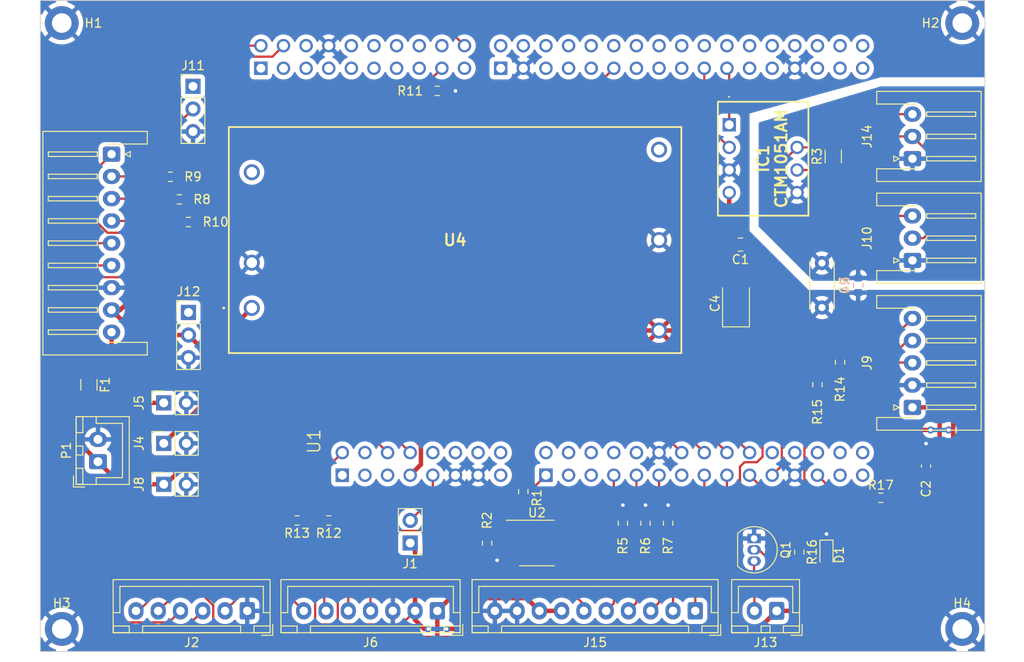
<source format=kicad_pcb>
(kicad_pcb (version 20221018) (generator pcbnew)
  (title_block (title "frontbox legacy") (date "2023-08-06") (rev "1.0") (company "NTURacing") (comment 1 "comment 1") (comment 2 "comment 2"))
  (layers (0 "F.Cu" signal) (31 "B.Cu" signal) (34 "B.Paste" user) (35 "F.Paste" user) (36 "B.SilkS" user "B.Silkscreen") (37 "F.SilkS" user "F.Silkscreen") (38 "B.Mask" user) (39 "F.Mask" user) (44 "Edge.Cuts" user))
  (net 0 "")
  (net 1 "VCC")
  (net 2 "CANG")
  (net 3 "+5V")
  (net 4 "Net-(D1-A)")
  (net 5 "24V")
  (net 6 "Net-(J1-Pin_2)")
  (net 7 "SCK")
  (net 8 "MOSI")
  (net 9 "MISO")
  (net 10 "SS")
  (net 11 "travel_R")
  (net 12 "hall_R")
  (net 13 "SDA_R")
  (net 14 "SCL_R")
  (net 15 "SCL_L")
  (net 16 "SDA_L")
  (net 17 "hall_L")
  (net 18 "travel_L")
  (net 19 "SCL_Rpi")
  (net 20 "SDA_Rpi")
  (net 21 "Net-(J9-Pin_5)")
  (net 22 "CANH")
  (net 23 "CANL")
  (net 26 "Net-(J13-Pin_2)")
  (net 27 "Net-(Q1-B)")
  (net 28 "Net-(U2A--)")
  (net 29 "APPS1")
  (net 30 "APPS2")
  (net 31 "BSE")
  (net 32 "oilPressure")
  (net 33 "RTD")
  (net 66 "APPS_M")
  (net 67 "BSE_M")
  (net 91 "CANTx")
  (net 93 "CANRx")
  (net 106 "APPS2_H")
  (net 109 "GND")
  (net 110 "Net-(J7-Pin_1)")
  (net 111 "Net-(J7-Pin_4)")
  (footprint "Connector_PinSocket_2.54mm:PinSocket_1x02_P2.54mm_Vertical" (layer "F.Cu") (at 84.094 123.419 90)
    (fp_text reference "J4")
    (fp_text value "5V")
  )
  (footprint "Resistor_SMD:R_0603_1608Metric" (layer "F.Cu") (at 85.852 96.012 180)
    (fp_text reference "R8")
    (fp_text value "4k7")
  )
  (footprint "Connector_JST:JST_XH_B7B-XH-A_1x07_P2.50mm_Vertical" (layer "F.Cu") (at 114.808 142.24 180)
    (fp_text reference "J6")
    (fp_text value "sensor_R" hide)
  )
  (footprint "Connector_PinSocket_2.54mm:PinSocket_1x02_P2.54mm_Vertical" (layer "F.Cu") (at 84.094 118.872 90)
    (fp_text reference "J5")
    (fp_text value "VCC_3V3")
  )
  (footprint "Connector_JST:JST_XH_S3B-XH-A-1_1x03_P2.50mm_Horizontal" (layer "F.Cu") (at 168.148 102.87 90)
    (fp_text reference "J10")
    (fp_text value "CAN_Rpi")
  )
  (footprint "Capacitor_Tantalum_SMD:CP_EIA-3528-21_Kemet-B_Pad1.50x2.35mm_HandSolder" (layer "F.Cu") (at 148.336 107.696 90)
    (fp_text reference "C4")
    (fp_text value "0u1")
  )
  (footprint "Connector_JST:JST_XH_B2B-XH-A_1x02_P2.50mm_Vertical" (layer "F.Cu") (at 152.908 142.24 180)
    (fp_text reference "J13")
    (fp_text value "buzzer")
  )
  (footprint "Connector_PinHeader_2.54mm:PinHeader_1x03_P2.54mm_Vertical" (layer "F.Cu") (at 86.868 108.712)
    (fp_text reference "J12")
    (fp_text value "fan2")
  )
  (footprint "Fuse:Fuse_1206_3216Metric" (layer "F.Cu") (at 75.692 116.84 -90)
    (fp_text reference "F1")
    (fp_text value "Polyfuse_Small")
  )
  (footprint "Capacitor_THT:C_Disc_D5.0mm_W2.5mm_P5.00mm" (layer "F.Cu") (at 157.988 103.164 -90)
    (fp_text reference "C3")
    (fp_text value "1n")
  )
  (footprint "Resistor_SMD:R_0603_1608Metric" (layer "F.Cu") (at 138.176 132.397 90)
    (fp_text reference "R6")
    (fp_text value "100k")
  )
  (footprint "Resistor_SMD:R_0603_1608Metric" (layer "F.Cu") (at 140.716 132.397 90)
    (fp_text reference "R7")
    (fp_text value "100k")
  )
  (footprint "Resistor_SMD:R_0603_1608Metric" (layer "F.Cu") (at 155.448 135.636 -90)
    (fp_text reference "R16")
    (fp_text value "100")
  )
  (footprint "Resistor_SMD:R_0603_1608Metric" (layer "F.Cu") (at 120.396 134.62 -90)
    (fp_text reference "R2")
    (fp_text value "10k")
  )
  (footprint "SamacSys_Parts:TEN402411WIE" (layer "F.Cu") (at 93.98 108.204)
    (fp_text reference "U4")
    (fp_text value "TEN_40-2411WIE" hide)
  )
  (footprint "Resistor_SMD:R_0603_1608Metric" (layer "F.Cu") (at 99.06 132.08 180)
    (fp_text reference "R13")
    (fp_text value "4k7")
  )
  (footprint "Capacitor_SMD:C_0805_2012Metric_Pad1.18x1.45mm_HandSolder" (layer "F.Cu") (at 148.844 101.092 180)
    (fp_text reference "C1")
    (fp_text value "10u")
  )
  (footprint "Resistor_SMD:R_0603_1608Metric" (layer "F.Cu") (at 135.636 132.397 90)
    (fp_text reference "R5")
    (fp_text value "100k")
  )
  (footprint "Package_SO:SOIC-8_3.9x4.9mm_P1.27mm" (layer "F.Cu") (at 125.984 134.62)
    (fp_text reference "U2")
    (fp_text value "LMV358")
  )
  (footprint "Connector_JST:JST_XH_S9B-XH-A-1_1x09_P2.50mm_Horizontal" (layer "F.Cu") (at 78.232 90.932 -90)
    (fp_text reference "J7" hide)
    (fp_text value "sensor_L")
  )
  (footprint "Connector_JST:JST_XH_S5B-XH-A-1_1x05_P2.50mm_Horizontal" (layer "F.Cu") (at 168.148 119.38 90)
    (fp_text reference "J9")
    (fp_text value "Rpi")
  )
  (footprint "Resistor_SMD:R_0603_1608Metric" (layer "F.Cu") (at 84.836 93.472 180)
    (fp_text reference "R9")
    (fp_text value "4k7")
  )
  (footprint "Connector_JST:JST_XH_B10B-XH-A_1x10_P2.50mm_Vertical" (layer "F.Cu") (at 143.764 142.24 180)
    (fp_text reference "J15")
    (fp_text value "APPS_BSE")
  )
  (footprint "Package_TO_SOT_THT:TO-92_Inline" (layer "F.Cu") (at 150.368 134.112 -90)
    (fp_text reference "Q1")
    (fp_text value "PN2222A")
  )
  (footprint "Connector_JST:JST_XH_B6B-XH-A_1x06_P2.50mm_Vertical" (layer "F.Cu") (at 93.472 142.24 180)
    (fp_text reference "J2")
    (fp_text value "steering")
  )
  (footprint "MountingHole:MountingHole_2.2mm_M2_DIN965_Pad" (layer "F.Cu") (at 72.644 76.2)
    (fp_text reference "H1")
    (fp_text value "MountingHole_Pad")
  )
  (footprint "SamacSys_Parts:CTM1051AM" (layer "F.Cu") (at 147.574 87.63 -90)
    (fp_text reference "IC1")
    (fp_text value "CTM1051AM")
  )
  (footprint "Resistor_SMD:R_0603_1608Metric" (layer "F.Cu") (at 114.808 83.82)
    (fp_text reference "R11")
    (fp_text value "3k6")
  )
  (footprint "nturt_kicad_lib:MODULE_NUCLEOH723ZG_WITHOUT_MORHPHO" (layer "F.Cu") (at 128.91 102.87 90)
    (fp_text reference "U1")
    (fp_text value "NUCLEOH723ZG_WITHOUT_MORHPHO")
  )
  (footprint "Resistor_SMD:R_0603_1608Metric" (layer "F.Cu") (at 102.616 132.08 180)
    (fp_text reference "R12")
    (fp_text value "4k7")
  )
  (footprint "Resistor_SMD:R_0603_1608Metric" (layer "F.Cu") (at 160.02 114.3 90)
    (fp_text reference "R14")
    (fp_text value "1k")
  )
  (footprint "LED_SMD:LED_0603_1608Metric_Pad1.05x0.95mm_HandSolder" (layer "F.Cu") (at 158.496 135.953 -90)
    (fp_text reference "D1")
    (fp_text value "LED4")
  )
  (footprint "Connector_PinHeader_2.54mm:PinHeader_1x02_P2.54mm_Vertical" (layer "F.Cu") (at 111.76 134.62 180)
    (fp_text reference "J1")
    (fp_text value "STM5V")
  )
  (footprint "MountingHole:MountingHole_2.2mm_M2_DIN965_Pad" (layer "F.Cu") (at 173.736 76.2)
    (fp_text reference "H2")
    (fp_text value "MountingHole_Pad")
  )
  (footprint "Resistor_SMD:R_0603_1608Metric" (layer "F.Cu") (at 164.592 129.54)
    (fp_text reference "R17")
    (fp_text value "1k")
  )
  (footprint "Resistor_SMD:R_0603_1608Metric" (layer "F.Cu") (at 124.46 128.841 -90)
    (fp_text reference "R1")
    (fp_text value "10k")
  )
  (footprint "Resistor_SMD:R_1206_3216Metric" (layer "F.Cu") (at 159.258 91.186 90)
    (fp_text reference "R3")
    (fp_text value "120" hide)
  )
  (footprint "Resistor_SMD:R_0603_1608Metric" (layer "F.Cu") (at 86.868 98.552)
    (fp_text reference "R10")
    (fp_text value "2k7")
  )
  (footprint "Resistor_SMD:R_0603_1608Metric" (layer "F.Cu") (at 157.48 116.84 90)
    (fp_text reference "R15")
    (fp_text value "1k")
  )
  (footprint "Capacitor_SMD:C_0603_1608Metric" (layer "F.Cu") (at 169.672 125.984 90)
    (fp_text reference "C2")
    (fp_text value "0u1")
  )
  (footprint "MountingHole:MountingHole_2.2mm_M2_DIN965_Pad" (layer "F.Cu") (at 72.644 144.272)
    (fp_text reference "H3")
    (fp_text value "MountingHole_Pad")
  )
  (footprint "Connector_JST:JST_XH_S3B-XH-A-1_1x03_P2.50mm_Horizontal" (layer "F.Cu") (at 168.148 91.44 90)
    (fp_text reference "J14")
    (fp_text value "CAN")
  )
  (footprint "Connector_PinSocket_2.54mm:PinSocket_1x02_P2.54mm_Vertical" (layer "F.Cu") (at 84.094 128.016 90)
    (fp_text reference "J8")
    (fp_text value "24V")
  )
  (footprint "MountingHole:MountingHole_2.2mm_M2_DIN965_Pad" (layer "F.Cu") (at 173.736 144.272)
    (fp_text reference "H4")
    (fp_text value "MountingHole_Pad")
  )
  (footprint "Connector_PinHeader_2.54mm:PinHeader_1x03_P2.54mm_Vertical" (layer "F.Cu") (at 87.376 83.312)
    (fp_text reference "J11")
    (fp_text value "fan1")
  )
  (footprint "Connector_JST:JST_XH_B2B-XH-A_1x02_P2.50mm_Vertical" (layer "F.Cu") (at 76.708 125.476 90)
    (fp_text reference "P1")
    (fp_text value "24Vpower")
  )
  (footprint "Resistor_SMD:R_0603_1608Metric" (layer "B.Cu") (at 162.052 105.664 -90)
    (fp_text reference "R4")
    (fp_text value "1M")
  )
  (gr_rect (start 70.231 73.66) (end 176.276 146.812) (stroke (width 0.1)) (fill none) (layer "Edge.Cuts"))
  (segment (start 124.46 128.016) (end 124.46 122.428) (width 0.5) (layer "F.Cu") (net 1))
  (segment (start 172.72 135.128) (end 172.72 121.92) (width 0.5) (layer "F.Cu") (net 1))
  (segment (start 73.66 141.224) (end 77.724 145.288) (width 0.5) (layer "F.Cu") (net 1))
  (segment (start 124.839 140.815) (end 116.233 140.815) (width 0.5) (layer "F.Cu") (net 1))
  (segment (start 166.116 106.68) (end 163.068 109.728) (width 0.5) (layer "F.Cu") (net 1))
  (segment (start 89.647 141.628299) (end 89.647 145.288) (width 0.25) (layer "F.Cu") (net 1))
  (segment (start 83.472 142.24) (end 85.504 140.208) (width 0.25) (layer "F.Cu") (net 1))
  (segment (start 154.432 107.696) (end 154.432 105.41) (width 0.5) (layer "F.Cu") (net 1))
  (segment (start 81.490827 118.872) (end 78.232 115.613173) (width 0.5) (layer "F.Cu") (net 1))
  (segment (start 112.964 123.631031) (end 110.236969 120.904) (width 0.5) (layer "F.Cu") (net 1))
  (segment (start 77.724 145.288) (end 89.647 145.288) (width 0.5) (layer "F.Cu") (net 1))
  (segment (start 128.764 142.24) (end 126.264 142.24) (width 0.5) (layer "F.Cu") (net 1))
  (segment (start 74.676 116.84) (end 73.66 117.856) (width 0.5) (layer "F.Cu") (net 1))
  (segment (start 114.808 142.24) (end 114.808 145.288) (width 0.5) (layer "F.Cu") (net 1))
  (segment (start 116.233 140.815) (end 114.808 142.24) (width 0.5) (layer "F.Cu") (net 1))
  (segment (start 110.236969 120.904) (end 101.6 120.904) (width 0.5) (layer "F.Cu") (net 1))
  (segment (start 126.264 142.24) (end 124.839 140.815) (width 0.5) (layer "F.Cu") (net 1))
  (segment (start 84.094 118.872) (end 81.490827 118.872) (width 0.5) (layer "F.Cu") (net 1))
  (segment (start 122.936 120.904) (end 110.236969 120.904) (width 0.5) (layer "F.Cu") (net 1))
  (segment (start 78.232 115.613173) (end 77.005173 116.84) (width 0.5) (layer "F.Cu") (net 1))
  (segment (start 172.72 108.204) (end 171.196 106.68) (width 0.5) (layer "F.Cu") (net 1))
  (segment (start 85.504 140.208) (end 88.226701 140.208) (width 0.25) (layer "F.Cu") (net 1))
  (segment (start 172.72 121.92) (end 172.72 108.204) (width 0.5) (layer "F.Cu") (net 1))
  (segment (start 96.52 145.288) (end 111.76 145.288) (width 0.5) (layer "F.Cu") (net 1))
  (segment (start 73.66 117.856) (end 73.66 141.224) (width 0.5) (layer "F.Cu") (net 1))
  (segment (start 162.56 117.665) (end 166.815 121.92) (width 0.5) (layer "F.Cu") (net 1))
  (segment (start 96.52 125.984) (end 96.52 145.288) (width 0.5) (layer "F.Cu") (net 1))
  (segment (start 147.574 98.552) (end 147.574 95.25) (width 0.5) (layer "F.Cu") (net 1))
  (segment (start 112.964 125.796) (end 112.964 123.631031) (width 0.5) (layer "F.Cu") (net 1))
  (segment (start 171.196 106.68) (end 166.116 106.68) (width 0.5) (layer "F.Cu") (net 1))
  (segment (start 160.02 115.125) (end 166.815 121.92) (width 0.5) (layer "F.Cu") (net 1))
  (segment (start 111.76 145.288) (end 114.808 145.288) (width 0.5) (layer "F.Cu") (net 1))
  (segment (start 88.226701 140.208) (end 89.647 141.628299) (width 0.25) (layer "F.Cu") (net 1))
  (segment (start 156.464 109.728) (end 154.432 107.696) (width 0.5) (layer "F.Cu") (net 1))
  (segment (start 172.212 121.92) (end 172.72 121.92) (width 0.5) (layer "F.Cu") (net 1))
  (segment (start 89.647 145.288) (end 96.52 145.288) (width 0.5) (layer "F.Cu") (net 1))
  (segment (start 101.6 120.904) (end 96.52 125.984) (width 0.5) (layer "F.Cu") (net 1))
  (segment (start 157.48 117.665) (end 162.56 117.665) (width 0.5) (layer "F.Cu") (net 1))
  (segment (start 154.432 105.41) (end 147.574 98.552) (width 0.5) (layer "F.Cu") (net 1))
  (segment (start 114.808 145.288) (end 162.56 145.288) (width 0.5) (layer "F.Cu") (net 1))
  (segment (start 162.56 145.288) (end 172.72 135.128) (width 0.5) (layer "F.Cu") (net 1))
  (segment (start 166.815 121.92) (end 170.18 121.92) (width 0.5) (layer "F.Cu") (net 1))
  (segment (start 163.068 109.728) (end 156.464 109.728) (width 0.5) (layer "F.Cu") (net 1))
  (segment (start 77.005173 116.84) (end 74.676 116.84) (width 0.5) (layer "F.Cu") (net 1))
  (segment (start 78.232 110.932) (end 78.232 115.613173) (width 0.5) (layer "F.Cu") (net 1))
  (segment (start 124.46 122.428) (end 122.936 120.904) (width 0.5) (layer "F.Cu") (net 1))
  (segment (start 111.76 127) (end 112.964 125.796) (width 0.5) (layer "F.Cu") (net 1))
  (via (at 172.212 121.92) (size 0.8) (drill 0.4) (layers "F.Cu" "B.Cu") (net 1))
  (via (at 170.18 121.92) (size 0.8) (drill 0.4) (layers "F.Cu" "B.Cu") (net 1))
  (segment (start 170.18 121.92) (end 172.212 121.92) (width 0.5) (layer "B.Cu") (net 1))
  (segment (start 171.196 127) (end 171.196 133.604) (width 0.5) (layer "F.Cu") (net 3))
  (segment (start 150.876 144.272) (end 152.908 142.24) (width 0.5) (layer "F.Cu") (net 3))
  (segment (start 85.661 87.567) (end 85.661 93.472) (width 0.25) (layer "F.Cu") (net 3))
  (segment (start 169.672 126.759) (end 170.955 126.759) (width 0.5) (layer "F.Cu") (net 3))
  (segment (start 139.7 110.744) (end 164.084 110.744) (width 0.5) (layer "F.Cu") (net 3))
  (segment (start 85.344 102.349) (end 86.822 100.871) (width 0.5) (layer "F.Cu") (net 3))
  (segment (start 103.441 132.08) (end 103.632 132.271) (width 0.25) (layer "F.Cu") (net 3))
  (segment (start 167.132 107.696) (end 169.672 107.696) (width 0.5) (layer "F.Cu") (net 3))
  (segment (start 127.905472 132.715) (end 128.459 132.715) (width 0.5) (layer "F.Cu") (net 3))
  (segment (start 112.308 138.684) (end 112.308 135.168) (width 0.5) (layer "F.Cu") (net 3))
  (segment (start 124.968 138.684) (end 125.984 137.668) (width 0.5) (layer "F.Cu") (net 3))
  (segment (start 112.308 135.168) (end 111.76 134.62) (width 0.5) (layer "F.Cu") (net 3))
  (segment (start 112.308 143.256) (end 112.308 142.24) (width 0.5) (layer "F.Cu") (net 3))
  (segment (start 78.232 108.432) (end 79.207 108.432) (width 0.5) (layer "F.Cu") (net 3))
  (segment (start 125.984 137.668) (end 125.984 134.636472) (width 0.5) (layer "F.Cu") (net 3))
  (segment (start 86.677 96.012) (end 86.768 96.103) (width 0.5) (layer "F.Cu") (net 3))
  (segment (start 112.308 142.24) (end 112.308 138.684) (width 0.5) (layer "F.Cu") (net 3))
  (segment (start 88.392 100.871) (end 126.779 100.871) (width 0.5) (layer "F.Cu") (net 3))
  (segment (start 103.856 143.764) (end 110.784 143.764) (width 0.25) (layer "F.Cu") (net 3))
  (segment (start 110.784 143.764) (end 112.308 142.24) (width 0.25) (layer "F.Cu") (net 3))
  (segment (start 101.092 133.287) (end 101.092 143.256) (width 0.25) (layer "F.Cu") (net 3))
  (segment (start 125.984 134.636472) (end 127.905472 132.715) (width 0.5) (layer "F.Cu") (net 3))
  (segment (start 86.868 111.252) (end 88.392 112.776) (width 0.5) (layer "F.Cu") (net 3))
  (segment (start 171.196 133.604) (end 162.56 142.24) (width 0.5) (layer "F.Cu") (net 3))
  (segment (start 103.632 143.54) (end 103.856 143.764) (width 0.25) (layer "F.Cu") (net 3))
  (segment (start 85.661 94.996) (end 86.677 96.012) (width 0.25) (layer "F.Cu") (net 3))
  (segment (start 85.661 93.472) (end 85.661 94.996) (width 0.25) (layer "F.Cu") (net 3))
  (segment (start 115.824 144.272) (end 150.876 144.272) (width 0.5) (layer "F.Cu") (net 3))
  (segment (start 126.779 100.871) (end 136.652 110.744) (width 0.5) (layer "F.Cu") (net 3))
  (segment (start 101.6 143.764) (end 103.408 143.764) (width 0.25) (layer "F.Cu") (net 3))
  (segment (start 169.672 107.696) (end 171.196 109.22) (width 0.5) (layer "F.Cu") (net 3))
  (segment (start 86.768 96.103) (end 86.768 100.871) (width 0.25) (layer "F.Cu") (net 3))
  (segment (start 171.196 109.22) (end 171.196 119.38) (width 0.5) (layer "F.Cu") (net 3))
  (segment (start 81.052 111.252) (end 78.232 108.432) (width 0.5) (layer "F.Cu") (net 3))
  (segment (start 86.768 100.871) (end 86.039 101.6) (width 0.5) (layer "F.Cu") (net 3))
  (segment (start 171.196 119.38) (end 171.196 127) (width 0.5) (layer "F.Cu") (net 3))
  (segment (start 88.392 100.871) (end 86.768 100.871) (width 0.5) (layer "F.Cu") (net 3))
  (segment (start 86.039 101.6) (end 85.9455 101.6935) (width 0.5) (layer "F.Cu") (net 3))
  (segment (start 79.207 108.432) (end 85.9455 101.6935) (width 0.5) (layer "F.Cu") (net 3))
  (segment (start 136.652 110.744) (end 139.7 110.744) (width 0.5) (layer "F.Cu") (net 3))
  (segment (start 113.324 144.272) (end 112.308 143.256) (width 0.5) (layer "F.Cu") (net 3))
  (segment (start 99.885 132.08) (end 101.092 133.287) (width 0.25) (layer "F.Cu") (net 3))
  (segment (start 162.56 142.24) (end 152.908 142.24) (width 0.5) (layer "F.Cu") (net 3))
  (segment (start 112.308 138.684) (end 124.968 138.684) (width 0.5) (layer "F.Cu") (net 3))
  (segment (start 86.868 111.252) (end 81.052 111.252) (width 0.5) (layer "F.Cu") (net 3))
  (segment (start 88.392 119.121) (end 84.094 123.419) (width 0.5) (layer "F.Cu") (net 3))
  (segment (start 113.792 144.272) (end 113.324 144.272) (width 0.5) (layer "F.Cu") (net 3))
  (segment (start 86.822 100.871) (end 88.392 100.871) (width 0.5) (layer "F.Cu") (net 3))
  (segment (start 103.408 143.764) (end 103.632 143.54) (width 0.25) (layer "F.Cu") (net 3))
  (segment (start 101.092 143.256) (end 101.6 143.764) (width 0.25) (layer "F.Cu") (net 3))
  (segment (start 170.955 126.759) (end 171.196 127) (width 0.5) (layer "F.Cu") (net 3))
  (segment (start 103.632 132.271) (end 103.632 143.54) (width 0.25) (layer "F.Cu") (net 3))
  (segment (start 168.148 119.38) (end 171.196 119.38) (width 0.5) (layer "F.Cu") (net 3))
  (segment (start 88.392 112.776) (end 88.392 119.121) (width 0.5) (layer "F.Cu") (net 3))
  (segment (start 164.084 110.744) (end 167.132 107.696) (width 0.5) (layer "F.Cu") (net 3))
  (segment (start 87.376 85.852) (end 85.661 87.567) (width 0.25) (layer "F.Cu") (net 3))
  (via (at 115.824 144.272) (size 0.8) (drill 0.4) (layers "F.Cu" "B.Cu") (net 3))
  (via (at 113.792 144.272) (size 0.8) (drill 0.4) (layers "F.Cu" "B.Cu") (net 3))
  (segment (start 115.824 144.272) (end 113.792 144.272) (width 0.5) (layer "B.Cu") (net 3))
  (segment (start 155.815 136.828) (end 155.448 136.461) (width 0.25) (layer "F.Cu") (net 4))
  (segment (start 158.496 136.828) (end 155.815 136.828) (width 0.25) (layer "F.Cu") (net 4))
  (segment (start 74.875 123.643) (end 76.708 125.476) (width 0.5) (layer "F.Cu") (net 5))
  (segment (start 89.916 122.428) (end 89.916 112.268) (width 0.5) (layer "F.Cu") (net 5))
  (segment (start 74.875 118.933299) (end 74.875 123.643) (width 0.5) (layer "F.Cu") (net 5))
  (segment (start 89.916 112.268) (end 93.98 108.204) (width 0.5) (layer "F.Cu") (net 5))
  (segment (start 75.563299 118.245) (end 74.875 118.933299) (width 0.5) (layer "F.Cu") (net 5))
  (segment (start 84.094 128.016) (end 84.328 128.016) (width 0.5) (layer "F.Cu") (net 5))
  (segment (start 84.328 128.016) (end 89.916 122.428) (width 0.5) (layer "F.Cu") (net 5))
  (segment (start 84.094 128.016) (end 79.248 128.016) (width 0.5) (layer "F.Cu") (net 5))
  (segment (start 79.248 128.016) (end 76.708 125.476) (width 0.5) (layer "F.Cu") (net 5))
  (segment (start 111.76 132.08) (end 114.3 129.54) (width 0.25) (layer "F.Cu") (net 6))
  (segment (start 114.3 129.54) (end 114.3 127) (width 0.25) (layer "F.Cu") (net 6))
  (segment (start 94.996 124.968) (end 100.076 119.888) (width 0.25) (layer "F.Cu") (net 7))
  (segment (start 94.996 138.216) (end 94.996 124.968) (width 0.25) (layer "F.Cu") (net 7))
  (segment (start 137.668 119.888) (end 142.24 124.46) (width 0.25) (layer "F.Cu") (net 7))
  (segment (start 100.076 119.888) (end 137.668 119.888) (width 0.25) (layer "F.Cu") (net 7))
  (segment (start 90.972 142.24) (end 94.996 138.216) (width 0.25) (layer "F.Cu") (net 7))
  (segment (start 90.932 120.904) (end 90.932 128.016) (width 0.25) (layer "F.Cu") (net 8))
  (segment (start 77.216 143.256) (end 78.232 144.272) (width 0.25) (layer "F.Cu") (net 8))
  (segment (start 139.7 114.3) (end 97.536 114.3) (width 0.25) (layer "F.Cu") (net 8))
  (segment (start 97.536 114.3) (end 90.932 120.904) (width 0.25) (layer "F.Cu") (net 8))
  (segment (start 77.216 141.732) (end 77.216 143.256) (width 0.25) (layer "F.Cu") (net 8))
  (segment (start 90.932 128.016) (end 77.216 141.732) (width 0.25) (layer "F.Cu") (net 8))
  (segment (start 78.232 144.272) (end 86.44 144.272) (width 0.25) (layer "F.Cu") (net 8))
  (segment (start 86.44 144.272) (end 88.472 142.24) (width 0.25) (layer "F.Cu") (net 8))
  (segment (start 149.86 124.46) (end 139.7 114.3) (width 0.25) (layer "F.Cu") (net 8))
  (segment (start 91.948 122.428) (end 98.552 115.824) (width 0.25) (layer "F.Cu") (net 9))
  (segment (start 84.672 143.54) (end 79.026701 143.54) (width 0.25) (layer "F.Cu") (net 9))
  (segment (start 85.972 142.24) (end 84.672 143.54) (width 0.25) (layer "F.Cu") (net 9))
  (segment (start 78.232 142.745299) (end 78.234701 142.745299) (width 0.25) (layer "F.Cu") (net 9))
  (segment (start 91.948 129.032) (end 91.948 122.428) (width 0.25) (layer "F.Cu") (net 9))
  (segment (start 79.026701 143.54) (end 78.232 142.745299) (width 0.25) (layer "F.Cu") (net 9))
  (segment (start 78.234701 142.745299) (end 91.948 129.032) (width 0.25) (layer "F.Cu") (net 9))
  (segment (start 138.684 115.824) (end 147.32 124.46) (width 0.25) (layer "F.Cu") (net 9))
  (segment (start 98.552 115.824) (end 138.684 115.824) (width 0.25) (layer "F.Cu") (net 9))
  (segment (start 93.472 124.306) (end 99.414 118.364) (width 0.25) (layer "F.Cu") (net 10))
  (segment (start 99.414 118.364) (end 138.684 118.364) (width 0.25) (layer "F.Cu") (net 10))
  (segment (start 138.684 118.364) (end 144.78 124.46) (width 0.25) (layer "F.Cu") (net 10))
  (segment (start 80.972 142.24) (end 81.28 142.24) (width 0.25) (layer "F.Cu") (net 10))
  (segment (start 93.472 130.048) (end 93.472 124.306) (width 0.25) (layer "F.Cu") (net 10))
  (segment (start 81.28 142.24) (end 93.472 130.048) (width 0.25) (layer "F.Cu") (net 10))
  (segment (start 125.259 128.741) (end 118.655 128.741) (width 0.25) (layer "F.Cu") (net 11))
  (segment (start 107.308 135.516) (end 107.308 142.24) (width 0.25) (layer "F.Cu") (net 11))
  (segment (start 118.655 128.741) (end 114.141 133.255) (width 0.25) (layer "F.Cu") (net 11))
  (segment (start 114.141 133.255) (end 109.569 133.255) (width 0.25) (layer "F.Cu") (net 11))
  (segment (start 127 127) (end 125.259 128.741) (width 0.25) (layer "F.Cu") (net 11))
  (segment (start 109.569 133.255) (end 107.308 135.516) (width 0.25) (layer "F.Cu") (net 11))
  (segment (start 102.616 125.984) (end 104.14 124.46) (width 0.25) (layer "F.Cu") (net 12))
  (segment (start 102.616 128.524) (end 102.616 125.984) (width 0.25) (layer "F.Cu") (net 12))
  (segment (start 104.808 142.24) (end 104.808 130.716) (width 0.25) (layer "F.Cu") (net 12))
  (segment (start 104.808 130.716) (end 102.616 128.524) (width 0.25) (layer "F.Cu") (net 12))
  (segment (start 107.696 122.936) (end 109.22 124.46) (width 0.25) (layer "F.Cu") (net 13))
  (segment (start 102.308 142.24) (end 102.108 142.04) (width 0.25) (layer "F.Cu") (net 13))
  (segment (start 103.632 122.936) (end 107.696 122.936) (width 0.25) (layer "F.Cu") (net 13))
  (segment (start 101.092 131.381) (end 101.092 125.476) (width 0.25) (layer "F.Cu") (net 13))
  (segment (start 102.108 132.397) (end 101.791 132.08) (width 0.25) (layer "F.Cu") (net 13))
  (segment (start 101.092 125.476) (end 103.632 122.936) (width 0.25) (layer "F.Cu") (net 13))
  (segment (start 102.108 142.04) (end 102.108 132.397) (width 0.25) (layer "F.Cu") (net 13))
  (segment (start 101.791 132.08) (end 101.092 131.381) (width 0.25) (layer "F.Cu") (net 13))
  (segment (start 109.22 121.92) (end 111.76 124.46) (width 0.25) (layer "F.Cu") (net 14))
  (segment (start 98.743 125.793) (end 102.616 121.92) (width 0.25) (layer "F.Cu") (net 14))
  (segment (start 98.743 141.175) (end 98.743 125.793) (width 0.25) (layer "F.Cu") (net 14))
  (segment (start 99.808 142.24) (end 98.743 141.175) (width 0.25) (layer "F.Cu") (net 14))
  (segment (start 102.616 121.92) (end 109.22 121.92) (width 0.25) (layer "F.Cu") (net 14))
  (segment (start 86.868 78.74) (end 94.996 78.74) (width 0.25) (layer "F.Cu") (net 15))
  (segment (start 84.011 93.472) (end 83.82 93.281) (width 0.25) (layer "F.Cu") (net 15))
  (segment (start 83.82 93.281) (end 83.82 81.788) (width 0.25) (layer "F.Cu") (net 15))
  (segment (start 83.971 93.432) (end 84.011 93.472) (width 0.25) (layer "F.Cu") (net 15))
  (segment (start 83.82 81.788) (end 86.868 78.74) (width 0.25) (layer "F.Cu") (net 15))
  (segment (start 78.232 93.432) (end 83.971 93.432) (width 0.25) (layer "F.Cu") (net 15))
  (segment (start 84.836 95.821) (end 84.836 82.296) (width 0.25) (layer "F.Cu") (net 16))
  (segment (start 85.027 96.012) (end 84.836 95.821) (width 0.25) (layer "F.Cu") (net 16))
  (segment (start 84.836 82.296) (end 87.153299 79.978701) (width 0.25) (layer "F.Cu") (net 16))
  (segment (start 85.027 96.012) (end 84.947 95.932) (width 0.25) (layer "F.Cu") (net 16))
  (segment (start 87.153299 79.978701) (end 96.297299 79.978701) (width 0.25) (layer "F.Cu") (net 16))
  (segment (start 84.947 95.932) (end 78.232 95.932) (width 0.25) (layer "F.Cu") (net 16))
  (segment (start 96.297299 79.978701) (end 97.536 78.74) (width 0.25) (layer "F.Cu") (net 16))
  (segment (start 74.676 87.376) (end 85.344 76.708) (width 0.25) (layer "F.Cu") (net 17))
  (segment (start 85.344 76.708) (end 115.824 76.708) (width 0.25) (layer "F.Cu") (net 17))
  (segment (start 76.548 100.932) (end 74.676 99.06) (width 0.25) (layer "F.Cu") (net 17))
  (segment (start 78.232 100.932) (end 76.548 100.932) (width 0.25) (layer "F.Cu") (net 17))
  (segment (start 115.824 76.708) (end 117.856 78.74) (width 0.25) (layer "F.Cu") (net 17))
  (segment (start 74.676 99.06) (end 74.676 87.376) (width 0.25) (layer "F.Cu") (net 17))
  (segment (start 119.888 82.296) (end 120.904 83.312) (width 0.25) (layer "F.Cu") (net 18))
  (segment (start 73.152 85.852) (end 83.312 75.692) (width 0.25) (layer "F.Cu") (net 18))
  (segment (start 118.364 75.692) (end 119.888 77.216) (width 0.25) (layer "F.Cu") (net 18))
  (segment (start 119.888 77.216) (end 119.888 82.296) (width 0.25) (layer "F.Cu") (net 18))
  (segment (start 132.588 83.312) (end 134.62 81.28) (width 0.25) (layer "F.Cu") (net 18))
  (segment (start 73.152 100.584) (end 73.152 85.852) (width 0.25) (layer "F.Cu") (net 18))
  (segment (start 83.312 75.692) (end 118.364 75.692) (width 0.25) (layer "F.Cu") (net 18))
  (segment (start 76 103.432) (end 73.152 100.584) (width 0.25) (layer "F.Cu") (net 18))
  (segment (start 78.232 103.432) (end 76 103.432) (width 0.25) (layer "F.Cu") (net 18))
  (segment (start 120.904 83.312) (end 132.588 83.312) (width 0.25) (layer "F.Cu") (net 18))
  (segment (start 157.48 116.015) (end 156.019 117.476) (width 0.25) (layer "F.Cu") (net 19))
  (segment (start 168.148 114.38) (end 168.108 114.34) (width 0.25) (layer "F.Cu") (net 19))
  (segment (start 156.019 117.476) (end 156.019 127.953969) (width 0.25) (layer "F.Cu") (net 19))
  (segment (start 168.108 114.34) (end 159.155 114.34) (width 0.25) (layer "F.Cu") (net 19))
  (segment (start 156.019 127.953969) (end 154.940969 129.032) (width 0.25) (layer "F.Cu") (net 19))
  (segment (start 159.155 114.34) (end 157.48 116.015) (width 0.25) (layer "F.Cu") (net 19))
  (segment (start 154.940969 129.032) (end 151.892 129.032) (width 0.25) (layer "F.Cu") (net 19))
  (segment (start 151.892 129.032) (end 149.86 127) (width 0.25) (layer "F.Cu") (net 19))
  (segment (start 153.479 125.921) (end 152.4 127) (width 0.25) (layer "F.Cu") (net 20))
  (segment (start 168.148 111.88) (end 167.58 111.88) (width 0.25) (layer "F.Cu") (net 20))
  (segment (start 160.02 113.475) (end 158.305 113.475) (width 0.25) (layer "F.Cu") (net 20))
  (segment (start 153.479 118.301) (end 153.479 125.921) (width 0.25) (layer "F.Cu") (net 20))
  (segment (start 167.58 111.88) (end 165.985 113.475) (width 0.25) (layer "F.Cu") (net 20))
  (segment (start 158.305 113.475) (end 153.479 118.301) (width 0.25) (layer "F.Cu") (net 20))
  (segment (start 165.985 113.475) (end 160.02 113.475) (width 0.25) (layer "F.Cu") (net 20))
  (segment (start 165.26 112.268) (end 168.148 109.38) (width 0.25) (layer "F.Cu") (net 21))
  (segment (start 150.688937 125.539) (end 151.321 124.906937) (width 0.25) (layer "F.Cu") (net 21))
  (segment (start 155.448 134.811) (end 148.781 128.144) (width 0.25) (layer "F.Cu") (net 21))
  (segment (start 151.321 118.935) (end 157.988 112.268) (width 0.25) (layer "F.Cu") (net 21))
  (segment (start 151.321 124.906937) (end 151.321 118.935) (width 0.25) (layer "F.Cu") (net 21))
  (segment (start 149.289 125.539) (end 150.688937 125.539) (width 0.25) (layer "F.Cu") (net 21))
  (segment (start 148.781 128.144) (end 148.781 126.047) (width 0.25) (layer "F.Cu") (net 21))
  (segment (start 148.781 126.047) (end 149.289 125.539) (width 0.25) (layer "F.Cu") (net 21))
  (segment (start 157.988 112.268) (end 165.26 112.268) (width 0.25) (layer "F.Cu") (net 21))
  (segment (start 152.908 96.012) (end 152.908 92.456) (width 0.25) (layer "F.Cu") (net 22))
  (segment (start 159.258 89.7235) (end 162.5415 86.44) (width 0.25) (layer "F.Cu") (net 22))
  (segment (start 168.148 97.87) (end 154.766 97.87) (width 0.25) (layer "F.Cu") (net 22))
  (segment (start 162.5415 86.44) (end 168.148 86.44) (width 0.25) (layer "F.Cu") (net 22))
  (segment (start 152.908 92.456) (end 155.194 90.17) (width 0.25) (layer "F.Cu") (net 22))
  (segment (start 159.258 89.7235) (end 158.8115 90.17) (width 0.25) (layer "F.Cu") (net 22))
  (segment (start 158.8115 90.17) (end 155.194 90.17) (width 0.25) (layer "F.Cu") (net 22))
  (segment (start 154.766 97.87) (end 152.908 96.012) (width 0.25) (layer "F.Cu") (net 22))
  (segment (start 171.704 92.496) (end 168.148 88.94) (width 0.25) (layer "F.Cu") (net 23))
  (segment (start 159.258 92.6485) (end 159.1965 92.71) (width 0.25) (layer "F.Cu") (net 23))
  (segment (start 162.9665 88.94) (end 168.148 88.94) (width 0.25) (layer "F.Cu") (net 23))
  (segment (start 169.378 100.37) (end 171.704 98.044) (width 0.25) (layer "F.Cu") (net 23))
  (segment (start 159.258 92.6485) (end 162.9665 88.94) (width 0.25) (layer "F.Cu") (net 23))
  (segment (start 168.148 100.37) (end 169.378 100.37) (width 0.25) (layer "F.Cu") (net 23))
  (segment (start 171.704 98.044) (end 171.704 92.496) (width 0.25) (layer "F.Cu") (net 23))
  (segment (start 159.1965 92.71) (end 155.194 92.71) (width 0.25) (layer "F.Cu") (net 23))
  (segment (start 150.368 140.676) (end 150.408 140.716) (width 0.25) (layer "F.Cu") (net 26))
  (segment (start 150.408 140.716) (end 150.408 142.24) (width 0.25) (layer "F.Cu") (net 26))
  (segment (start 150.368 136.652) (end 150.368 140.676) (width 0.25) (layer "F.Cu") (net 26))
  (segment (start 167.64 132.08) (end 165.417 129.857) (width 0.25) (layer "F.Cu") (net 27))
  (segment (start 156.76 141.224) (end 160.528 141.224) (width 0.25) (layer "F.Cu") (net 27))
  (segment (start 150.918 135.382) (end 156.76 141.224) (width 0.25) (layer "F.Cu") (net 27))
  (segment (start 150.368 135.382) (end 150.918 135.382) (width 0.25) (layer "F.Cu") (net 27))
  (segment (start 160.528 141.224) (end 167.64 134.112) (width 0.25) (layer "F.Cu") (net 27))
  (segment (start 167.64 134.112) (end 167.64 132.08) (width 0.25) (layer "F.Cu") (net 27))
  (segment (start 165.417 129.857) (end 165.417 129.54) (width 0.25) (layer "F.Cu") (net 27))
  (segment (start 123.509 133.985) (end 123.319 133.795) (width 0.25) (layer "F.Cu") (net 28))
  (segment (start 124.46 129.666) (end 124.46 129.731) (width 0.25) (layer "F.Cu") (net 28))
  (segment (start 124.46 129.731) (end 120.396 133.795) (width 0.25) (layer "F.Cu") (net 28))
  (segment (start 123.319 133.795) (end 120.396 133.795) (width 0.25) (layer "F.Cu") (net 28))
  (segment (start 134.62 141.384) (end 133.764 142.24) (width 0.25) (layer "F.Cu") (net 29))
  (segment (start 134.746 133.222) (end 134.62 133.096) (width 0.25) (layer "F.Cu") (net 29))
  (segment (start 134.62 127) (end 134.62 133.096) (width 0.25) (layer "F.Cu") (net 29))
  (segment (start 134.62 133.096) (end 134.62 141.384) (width 0.25) (layer "F.Cu") (net 29))
  (segment (start 135.636 133.222) (end 134.746 133.222) (width 0.25) (layer "F.Cu") (net 29))
  (segment (start 137.16 133.096) (end 137.16 141.344) (width 0.25) (layer "F.Cu") (net 30))
  (segment (start 137.16 127) (end 137.16 133.096) (width 0.25) (layer "F.Cu") (net 30))
  (segment (start 137.16 141.344) (end 136.264 142.24) (width 0.25) (layer "F.Cu") (net 30))
  (segment (start 138.176 133.222) (end 137.286 133.222) (width 0.25) (layer "F.Cu") (net 30))
  (segment (start 137.286 133.222) (end 137.16 133.096) (width 0.25) (layer "F.Cu") (net 30))
  (segment (start 139.7 133.096) (end 139.7 141.304) (width 0.25) (layer "F.Cu") (net 31))
  (segment (start 139.7 127) (end 139.7 133.096) (width 0.25) (layer "F.Cu") (net 31))
  (segment (start 139.826 133.222) (end 139.7 133.096) (width 0.25) (layer "F.Cu") (net 31))
  (segment (start 139.7 141.304) (end 138.764 142.24) (width 0.25) (layer "F.Cu") (net 31))
  (segment (start 140.716 133.222) (end 139.826 133.222) (width 0.25) (layer "F.Cu") (net 31))
  (segment (start 87.693 98.552) (end 87.693 95.187) (width 0.25) (layer "F.Cu") (net 32))
  (segment (start 115.316 81.28) (end 113.983 82.613) (width 0.25) (layer "F.Cu") (net 32))
  (segment (start 113.983 82.613) (end 113.983 83.82) (width 0.25) (layer "F.Cu") (net 32))
  (segment (start 99.06 83.82) (end 113.983 83.82) (width 0.25) (layer "F.Cu") (net 32))
  (segment (start 87.693 95.187) (end 99.06 83.82) (width 0.25) (layer "F.Cu") (net 32))
  (segment (start 160.02 129.54) (end 157.48 127) (width 0.25) (layer "F.Cu") (net 33))
  (segment (start 163.767 129.54) (end 160.02 129.54) (width 0.25) (layer "F.Cu") (net 33))
  (segment (start 144.78 137.2) (end 141.264 140.716) (width 0.25) (layer "F.Cu") (net 66))
  (segment (start 141.264 140.716) (end 141.264 142.24) (width 0.25) (layer "F.Cu") (net 66))
  (segment (start 144.78 127) (end 144.78 137.2) (width 0.25) (layer "F.Cu") (net 66))
  (segment (start 147.32 137.16) (end 147.32 127) (width 0.25) (layer "F.Cu") (net 67))
  (segment (start 143.764 140.716) (end 147.32 137.16) (width 0.25) (layer "F.Cu") (net 67))
  (segment (start 143.764 142.24) (end 143.764 140.716) (width 0.25) (layer "F.Cu") (net 67))
  (segment (start 147.574 90.17) (end 144.78 87.376) (width 0.25) (layer "F.Cu") (net 91))
  (segment (start 144.78 87.376) (end 144.78 81.28) (width 0.25) (layer "F.Cu") (net 91))
  (segment (start 147.574 87.63) (end 147.574 81.534) (width 0.25) (layer "F.Cu") (net 93))
  (segment (start 147.574 81.534) (end 147.32 81.28) (width 0.25) (layer "F.Cu") (net 93))
  (segment (start 129.54 131.064) (end 130.556 132.08) (width 0.25) (layer "F.Cu") (net 106))
  (segment (start 123.509 132.715) (end 123.885751 132.715) (width 0.25) (layer "F.Cu") (net 106))
  (segment (start 131.264 141.532) (end 131.264 142.24) (width 0.25) (layer "F.Cu") (net 106))
  (segment (start 124.809 134.331751) (end 123.885751 135.255) (width 0.25) (layer "F.Cu") (net 106))
  (segment (start 123.885751 135.255) (end 123.509 135.255) (width 0.25) (layer "F.Cu") (net 106))
  (segment (start 130.556 132.08) (end 130.556 140.824) (width 0.25) (layer "F.Cu") (net 106))
  (segment (start 123.509 132.715) (end 125.16 131.064) (width 0.25) (layer "F.Cu") (net 106))
  (segment (start 125.16 131.064) (end 129.54 131.064) (width 0.25) (layer "F.Cu") (net 106))
  (segment (start 130.556 140.824) (end 131.264 141.532) (width 0.25) (layer "F.Cu") (net 106))
  (segment (start 124.809 133.638249) (end 124.809 134.331751) (width 0.25) (layer "F.Cu") (net 106))
  (segment (start 123.885751 132.715) (end 124.809 133.638249) (width 0.25) (layer "F.Cu") (net 106))
  (segment (start 135.640299 131.567701) (end 135.636 131.572) (width 0.25) (layer "F.Cu") (net 109))
  (segment (start 121.5075 136.5565) (end 120.396 135.445) (width 0.25) (layer "F.Cu") (net 109))
  (segment (start 121.5075 136.5565) (end 123.4775 136.5565) (width 0.25) (layer "F.Cu") (net 109))
  (segment (start 135.640299 130.360701) (end 135.640299 131.567701) (width 0.25) (layer "F.Cu") (net 109))
  (segment (start 140.716 130.365) (end 140.716 131.572) (width 0.25) (layer "F.Cu") (net 109))
  (segment (start 138.176 130.356402) (end 138.176 131.572) (width 0.25) (layer "F.Cu") (net 109))
  (segment (start 123.4775 136.5565) (end 123.509 136.525) (width 0.25) (layer "F.Cu") (net 109))
  (segment (start 116.84 83.82) (end 115.633 83.82) (width 0.25) (layer "F.Cu") (net 109))
  (segment (start 169.672 123.444) (end 169.672 125.209) (width 0.25) (layer "F.Cu") (net 109))
  (segment (start 158.496 135.078) (end 158.496 133.604) (width 0.25) (layer "F.Cu") (net 109))
  (via (at 116.84 83.82) (size 0.8) (drill 0.4) (layers "F.Cu" "B.Cu") (net 109))
  (via (at 138.176 130.356402) (size 0.8) (drill 0.4) (layers "F.Cu" "B.Cu") (net 109))
  (via (at 158.496 133.604) (size 0.8) (drill 0.4) (layers "F.Cu" "B.Cu") (net 109))
  (via (at 140.716 130.365) (size 0.8) (drill 0.4) (layers "F.Cu" "B.Cu") (net 109))
  (via (at 121.5075 136.5565) (size 0.8) (drill 0.4) (layers "F.Cu" "B.Cu") (net 109))
  (via (at 135.640299 130.360701) (size 0.8) (drill 0.4) (layers "F.Cu" "B.Cu") (net 109))
  (via (at 169.672 123.444) (size 0.8) (drill 0.4) (layers "F.Cu" "B.Cu") (net 109))
  (segment (start 80.772 103.632) (end 79.647 104.757) (width 0.25) (layer "F.Cu") (net 110))
  (segment (start 77.770299 99.757) (end 79.945 99.757) (width 0.25) (layer "F.Cu") (net 110))
  (segment (start 79.647 104.757) (end 76.599 104.757) (width 0.25) (layer "F.Cu") (net 110))
  (segment (start 76.142 98.128701) (end 77.770299 99.757) (width 0.25) (layer "F.Cu") (net 110))
  (segment (start 75.692 105.664) (end 75.692 115.44) (width 0.25) (layer "F.Cu") (net 110))
  (segment (start 76.599 104.757) (end 75.692 105.664) (width 0.25) (layer "F.Cu") (net 110))
  (segment (start 79.945 99.757) (end 80.772 100.584) (width 0.25) (layer "F.Cu") (net 110))
  (segment (start 80.772 100.584) (end 80.772 103.632) (width 0.25) (layer "F.Cu") (net 110))
  (segment (start 78.232 90.932) (end 76.142 93.022) (width 0.25) (layer "F.Cu") (net 110))
  (segment (start 76.142 93.022) (end 76.142 98.128701) (width 0.25) (layer "F.Cu") (net 110))
  (segment (start 86.043 98.552) (end 85.923 98.432) (width 0.25) (layer "F.Cu") (net 111))
  (segment (start 85.923 98.432) (end 78.232 98.432) (width 0.25) (layer "F.Cu") (net 111))
  (zone (net 109) (net_name "GND") (layer "F.Cu") (priority 2) (connect_pads (clearance 0.5)) (min_thickness 0.25) (fill yes (thermal_gap 0.5) (thermal_bridge_width 0.5))
    (polygon (pts (xy 137.16 98.044) (xy 137.16 106.68) (xy 151.892 106.68) (xy 151.892 105.156) (xy 149.86 103.124) (xy 147.32 100.584) (xy 145.288 98.044)))
  )
  (zone (net 3) (net_name "+5V") (layer "F.Cu") (priority 3) (connect_pads (clearance 0.5)) (min_thickness 0.25) (fill yes (thermal_gap 0.5) (thermal_bridge_width 0.5))
    (polygon (pts (xy 137.16 108.712) (xy 137.16 112.776) (xy 153.416 112.776) (xy 153.416 108.712)))
  )
  (zone (net 2) (net_name "CANG") (layer "B.Cu") (priority 1) (connect_pads (clearance 0.5)) (min_thickness 0.25) (fill yes (thermal_gap 0.5) (thermal_bridge_width 0.5))
    (polygon (pts (xy 164.592 83.312) (xy 150.876 87.376) (xy 150.876 99.06) (xy 156.972 105.156) (xy 178.816 105.156) (xy 178.816 83.312)))
  )
  (zone (net 109) (net_name "GND") (layer "B.Cu") (connect_pads (clearance 0.5)) (min_thickness 0.25) (fill yes (thermal_gap 0.5) (thermal_bridge_width 0.5))
    (polygon (pts (xy 70.104 73.66) (xy 176.276 73.66) (xy 176.276 82.296) (xy 164.592 82.296) (xy 149.86 86.36) (xy 149.86 99.568) (xy 156.464 106.172) (xy 176.276 106.172) (xy 176.276 146.812) (xy 70.104 146.812)))
  )
)
</source>
